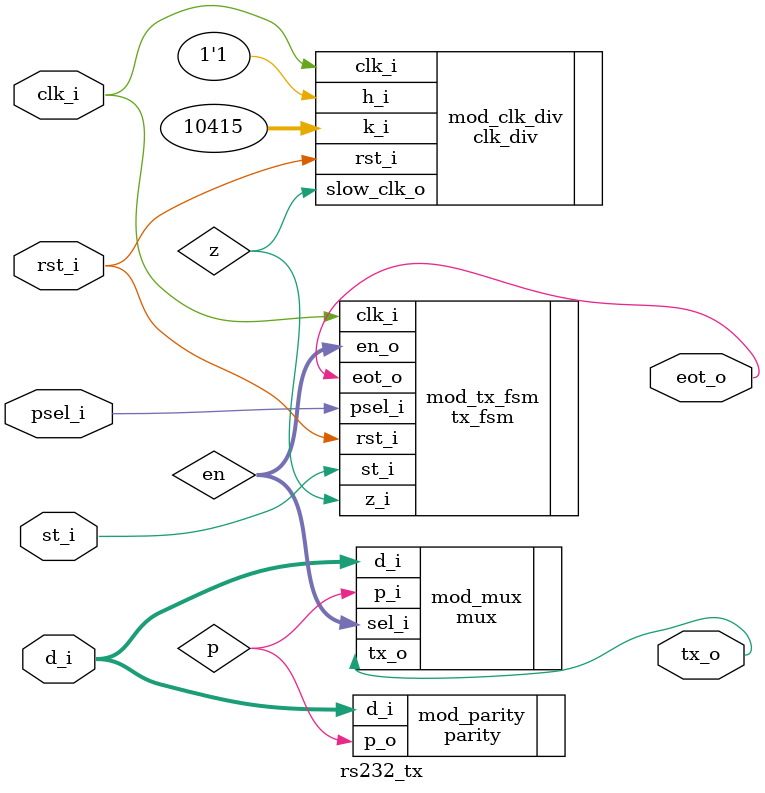
<source format=v>
/*	Autor : Julisa Verdejo Palacios
	email: julisa.verdejo@gmail.com
 	Nombre del archivo: rs232_tx.v
	Departamento: Laboratorio de Sistemas Digitales (INAOE)
	
	Fecha: 03 de julio de 2023
	
*******************************************************************

	Notas de sintaxis:

	_i : Esta extension indica que se trata de una entrada (input)
	_o : Esta extension indica que se trata de una salida (output)
	
*******************************************************************

	Descripcion del codigo:
	
	En este modulo solo se instancian todos los bloques usados
	para la transmision de datos.
*/


module rs232_tx
  (
  input			clk_i,	//señal de reloj 
  input			rst_i,	//reset de sistema 
  input			st_i,	//start
  input			psel_i,	//selector de paridad
  input	[7:0]	d_i,	//datos a transmitir
  output		tx_o,	//salida serial de la transmision de datos
  output 		eot_o	//fin de transmision	
);

	
  wire z;
  wire p; 
  wire [3:0] en; 
	
  localparam k = 10415;
  
  clk_div	#(.n(14))	mod_clk_div	(.clk_i(clk_i), .rst_i(rst_i), .h_i(1'b1), .k_i(k), .slow_clk_o(z));
  
  parity				mod_parity	(.d_i(d_i), .p_o(p));
  
  mux					mod_mux		(.p_i(p), .d_i(d_i), .sel_i(en), .tx_o(tx_o));
  
  tx_fsm				mod_tx_fsm	(.clk_i(clk_i), .rst_i(rst_i), .st_i(st_i), .psel_i(psel_i), .z_i(z), .en_o(en), .eot_o(eot_o));
  
endmodule
</source>
